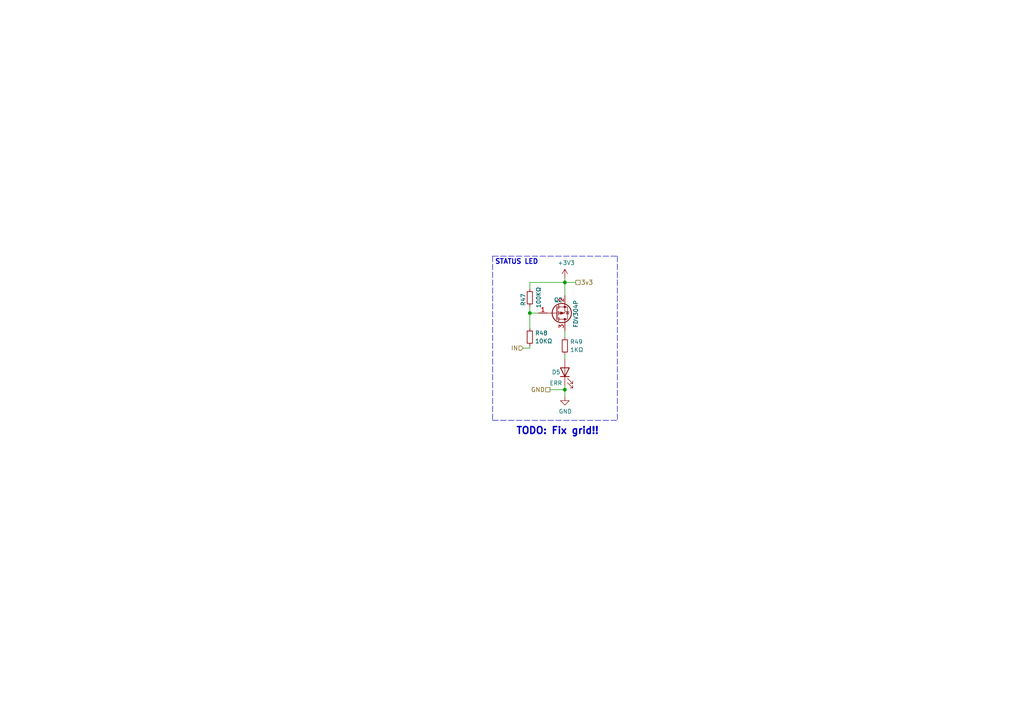
<source format=kicad_sch>
(kicad_sch (version 20211123) (generator eeschema)
  (paper "A4")
  (lib_symbols
    (symbol "Device:LED" (pin_numbers hide) (pin_names (offset 1.016) hide)
      (property "Reference" "D" (at 0 2.54 0))
      (property "Value" "LED" (at 0 -2.54 0))
      (symbol "LED_0_1"
        (polyline (pts (xy -1.27 -1.27) (xy -1.27 1.27)) (stroke (width 0.254)))
        (polyline (pts (xy -1.27 0) (xy 1.27 0)))
        (polyline (pts (xy 1.27 -1.27) (xy 1.27 1.27) (xy -1.27 0) (xy 1.27 -1.27)) (stroke (width 0.254)))
        (polyline (pts (xy -3.048 -0.762) (xy -4.572 -2.286) (xy -3.81 -2.286) (xy -4.572 -2.286) (xy -4.572 -1.524)))
        (polyline (pts (xy -1.778 -0.762) (xy -3.302 -2.286) (xy -2.54 -2.286) (xy -3.302 -2.286) (xy -3.302 -1.524)))
      )
      (symbol "LED_1_1"
        (pin passive line (at -3.81 0 0) (length 2.54) (name "K") (number "1"))
        (pin passive line (at 3.81 0 180) (length 2.54) (name "A") (number "2"))
      )
    )
    (symbol "Device:Q_PMOS_GSD" (pin_names (offset 0) hide)
      (property "Reference" "Q" (at 5.08 1.27 0))
      (property "Value" "Q_PMOS_GSD" (at 5.08 -1.27 0))
      (symbol "Q_PMOS_GSD_0_1"
        (polyline (pts (xy 0.254 0) (xy -2.54 0)))
        (polyline (pts (xy 0.254 1.905) (xy 0.254 -1.905)) (stroke (width 0.254)))
        (polyline (pts (xy 0.762 -1.27) (xy 0.762 -2.286)) (stroke (width 0.254)))
        (polyline (pts (xy 0.762 0.508) (xy 0.762 -0.508)) (stroke (width 0.254)))
        (polyline (pts (xy 0.762 2.286) (xy 0.762 1.27)) (stroke (width 0.254)))
        (polyline (pts (xy 2.54 2.54) (xy 2.54 1.778)))
        (polyline (pts (xy 2.54 -2.54) (xy 2.54 0) (xy 0.762 0)))
        (polyline (pts (xy 0.762 1.778) (xy 3.302 1.778) (xy 3.302 -1.778) (xy 0.762 -1.778)))
        (polyline (pts (xy 2.286 0) (xy 1.27 0.381) (xy 1.27 -0.381) (xy 2.286 0)) (fill (type outline)))
        (polyline (pts (xy 2.794 -0.508) (xy 2.921 -0.381) (xy 3.683 -0.381) (xy 3.81 -0.254)))
        (polyline (pts (xy 3.302 -0.381) (xy 2.921 0.254) (xy 3.683 0.254) (xy 3.302 -0.381)))
        (circle (center 1.651 0) (radius 2.794) (stroke (width 0.254)))
        (circle (center 2.54 -1.778) (radius 0.254) (fill (type outline)))
        (circle (center 2.54 1.778) (radius 0.254) (fill (type outline)))
      )
      (symbol "Q_PMOS_GSD_1_1"
        (pin input line (at -5.08 0 0) (length 2.54) (name "G") (number "1"))
        (pin passive line (at 2.54 -5.08 90) (length 2.54) (name "S") (number "2"))
        (pin passive line (at 2.54 5.08 270) (length 2.54) (name "D") (number "3"))
      )
    )
    (symbol "Device:R_Small" (pin_numbers hide) (pin_names (offset 0.254) hide)
      (property "Reference" "R" (at 0.762 0.508 0))
      (property "Value" "R_Small" (at 0.762 -1.016 0))
      (symbol "R_Small_0_1"
        (rectangle (start -0.762 1.778) (end 0.762 -1.778) (stroke (width 0.2032)))
      )
      (symbol "R_Small_1_1"
        (pin passive line (at 0 2.54 270) (length 0.762) (name "~") (number "1"))
        (pin passive line (at 0 -2.54 90) (length 0.762) (name "~") (number "2"))
      )
    )
    (symbol "power:+3V3" (power) (pin_names (offset 0))
      (property "Value" "+3V3" (at 0 3.556 0))
      (symbol "+3V3_0_1"
        (polyline (pts (xy -0.762 1.27) (xy 0 2.54)))
        (polyline (pts (xy 0 0) (xy 0 2.54)))
        (polyline (pts (xy 0 2.54) (xy 0.762 1.27)))
      )
      (symbol "+3V3_1_1"
        (pin power_in line (at 0 0 90) (length 0) hide (name "+3V3") (number "1"))
      )
    )
    (symbol "power:GND" (power) (pin_names (offset 0))
      (property "Value" "GND" (at 0 -3.81 0))
      (symbol "GND_0_1"
        (polyline (pts (xy 0 0) (xy 0 -1.27) (xy 1.27 -1.27) (xy 0 -2.54) (xy -1.27 -1.27) (xy 0 -1.27)))
      )
      (symbol "GND_1_1"
        (pin power_in line (at 0 0 270) (length 0) hide (name "GND") (number "1"))
      )
    )
  )
  (junction (at 163.83 113.03))
  (junction (at 163.83 81.915))
  (junction (at 153.67 90.805))
  (wire (pts (xy 159.512 113.03) (xy 163.83 113.03)))
  (wire (pts (xy 163.83 97.79) (xy 163.83 95.885)))
  (wire (pts (xy 153.67 90.805) (xy 156.21 90.805)))
  (wire (pts (xy 163.83 111.76) (xy 163.83 113.03)))
  (wire (pts (xy 163.83 113.03) (xy 163.83 114.935)))
  (wire (pts (xy 153.67 83.82) (xy 153.67 81.915)))
  (wire (pts (xy 153.67 90.805) (xy 153.67 95.25)))
  (wire (pts (xy 163.83 80.645) (xy 163.83 81.915)))
  (polyline (pts (xy 142.875 121.92) (xy 179.07 121.92)))
  (polyline (pts (xy 142.875 74.295) (xy 142.875 121.92)))
  (wire (pts (xy 151.765 100.965) (xy 153.67 100.965)))
  (wire (pts (xy 153.67 100.33) (xy 153.67 100.965)))
  (wire (pts (xy 167.005 81.915) (xy 163.83 81.915)))
  (wire (pts (xy 153.67 88.9) (xy 153.67 90.805)))
  (polyline (pts (xy 142.875 74.295) (xy 179.07 74.295)))
  (wire (pts (xy 163.83 81.915) (xy 163.83 85.725)))
  (wire (pts (xy 163.83 104.14) (xy 163.83 102.87)))
  (polyline (pts (xy 179.07 74.295) (xy 179.07 121.92)))
  (wire (pts (xy 153.67 81.915) (xy 163.83 81.915)))
  (text "TODO: Fix grid!!" (at 149.606 126.238 0) (effects (font (size 2 2) bold) (justify left bottom)))
  (text "STATUS LED" (at 143.51 76.835 0) (effects (font (size 1.397 1.397) (thickness 0.2794) bold) (justify left bottom)))
  (hierarchical_label "IN" (shape input) (at 151.765 100.965 180))
  (hierarchical_label "GND" (shape passive) (at 159.512 113.03 180))
  (hierarchical_label "3v3" (shape passive) (at 167.005 81.915 0))
  (symbol (lib_id "Device:Q_PMOS_GSD") (at 161.29 90.805 0) (mirror x) (unit 1)
    (property "Reference" "Q2" (at 160.655 86.995 0) (effects (font (size 1.2 1.2)) (justify left)))
    (property "Value" "FDV304P" (at 167.005 86.995 90) (effects (font (size 1.2 1.2)) (justify left)))
    (property "Footprint" "Package_TO_SOT_SMD:SOT-23W" (effects hide))
    (property "LCSC" "C709971" (effects hide))
  )
  (symbol (lib_id "Device:R_Small") (at 153.67 97.79 0) (mirror y) (unit 1)
    (property "Reference" "R48" (at 155.1686 96.6216 0) (effects (font (size 1.2 1.2)) (justify right)))
    (property "Value" "10KΩ" (at 155.1686 98.933 0) (effects (font (size 1.2 1.2)) (justify right)))
    (property "Footprint" "Resistor_SMD:R_0603_1608Metric" (effects hide))
    (property "LCSC" "C25612" (effects hide))
  )
  (symbol (lib_id "Device:LED") (at 163.83 107.95 90) (unit 1)
    (property "Reference" "D5" (at 160.02 107.95 90) (effects (font (size 1.2 1.2)) (justify right)))
    (property "Value" "ERR" (at 159.385 111.125 90) (effects (font (size 1.2 1.2)) (justify right)))
    (property "Footprint" "LED_SMD:LED_0603_1608Metric" (effects hide))
    (property "Digikey" "160-1445-1-ND" (effects hide))
  )
  (symbol (lib_id "power:+3V3") (at 163.83 80.645 0) (unit 1)
    (property "Reference" "#PWR0293" (effects hide))
    (property "Value" "+3V3" (at 164.211 76.2508 0) (effects (font (size 1.2 1.2))))
  )
  (symbol (lib_id "Device:R_Small") (at 163.83 100.33 180) (unit 1)
    (property "Reference" "R49" (at 165.3286 99.1616 0) (effects (font (size 1.2 1.2)) (justify right)))
    (property "Value" "1KΩ" (at 165.3286 101.473 0) (effects (font (size 1.2 1.2)) (justify right)))
    (property "Footprint" "Resistor_SMD:R_0603_1608Metric" (effects hide))
    (property "LCSC" "C14676" (effects hide))
  )
  (symbol (lib_id "Device:R_Small") (at 153.67 86.36 0) (mirror y) (unit 1)
    (property "Reference" "R47" (at 151.765 85.09 90) (effects (font (size 1.2 1.2)) (justify right)))
    (property "Value" "100KΩ" (at 156.21 83.185 90) (effects (font (size 1.2 1.2)) (justify right)))
    (property "Footprint" "Resistor_SMD:R_0603_1608Metric" (effects hide))
    (property "LCSC" "C25803" (effects hide))
  )
  (symbol (lib_id "power:GND") (at 163.83 114.935 0) (unit 1)
    (property "Reference" "#PWR0294" (effects hide))
    (property "Value" "GND" (at 163.957 119.3292 0) (effects (font (size 1.2 1.2))))
  )
)
</source>
